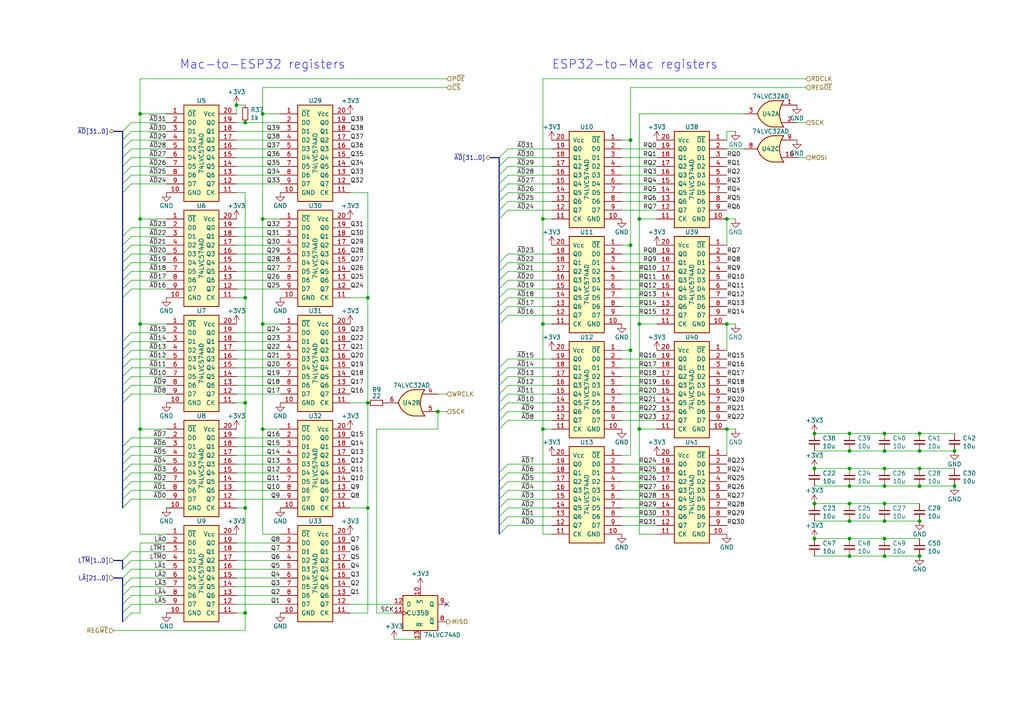
<source format=kicad_sch>
(kicad_sch (version 20211123) (generator eeschema)
  (paper "A4")
  (title_block (title "NuBus-ESP32") (date "2021-11-18") (rev "0.1") (company "Garrett's Workshop"))
  (junction (at 40.64 93.98))
  (junction (at 256.54 151.13))
  (junction (at 76.2 124.46))
  (junction (at 236.22 156.21))
  (junction (at 71.12 116.84))
  (junction (at 157.48 124.46))
  (junction (at 40.64 124.46))
  (junction (at 236.22 146.05))
  (junction (at 246.38 135.89))
  (junction (at 256.54 156.21))
  (junction (at 236.22 125.73))
  (junction (at 246.38 125.73))
  (junction (at 76.2 33.02))
  (junction (at 76.2 93.98))
  (junction (at 157.48 93.98))
  (junction (at 266.7 161.29))
  (junction (at 246.38 156.21))
  (junction (at 266.7 135.89))
  (junction (at 256.54 146.05))
  (junction (at 266.7 130.81))
  (junction (at 266.7 151.13))
  (junction (at 106.68 147.32))
  (junction (at 71.12 177.8))
  (junction (at 185.42 63.5))
  (junction (at 40.64 63.5))
  (junction (at 256.54 135.89))
  (junction (at 246.38 151.13))
  (junction (at 182.88 101.6))
  (junction (at 210.82 63.5))
  (junction (at 256.54 130.81))
  (junction (at 236.22 135.89))
  (junction (at 266.7 140.97))
  (junction (at 246.38 161.29))
  (junction (at 71.12 35.56))
  (junction (at 185.42 124.46))
  (junction (at 157.48 63.5))
  (junction (at 127 119.38))
  (junction (at 276.86 140.97))
  (junction (at 246.38 146.05))
  (junction (at 246.38 140.97))
  (junction (at 106.68 116.84))
  (junction (at 71.12 86.36))
  (junction (at 71.12 147.32))
  (junction (at 182.88 40.64))
  (junction (at 266.7 125.73))
  (junction (at 76.2 63.5))
  (junction (at 256.54 140.97))
  (junction (at 210.82 93.98))
  (junction (at 182.88 71.12))
  (junction (at 40.64 33.02))
  (junction (at 68.58 30.48))
  (junction (at 185.42 93.98))
  (junction (at 106.68 86.36))
  (junction (at 246.38 130.81))
  (junction (at 210.82 124.46))
  (junction (at 256.54 125.73))
  (junction (at 276.86 130.81))
  (junction (at 256.54 161.29))
  (no_connect (at 129.54 175.26))
  (bus_entry (at 35.56 137.16) (size 2.54 -2.54))
  (bus_entry (at 35.56 50.8) (size 2.54 -2.54))
  (bus_entry (at 144.78 91.44) (size 2.54 -2.54))
  (bus_entry (at 144.78 154.94) (size 2.54 -2.54))
  (bus_entry (at 35.56 68.58) (size 2.54 -2.54))
  (bus_entry (at 144.78 48.26) (size 2.54 -2.54))
  (bus_entry (at 35.56 78.74) (size 2.54 -2.54))
  (bus_entry (at 35.56 43.18) (size 2.54 -2.54))
  (bus_entry (at 35.56 38.1) (size 2.54 -2.54))
  (bus_entry (at 35.56 139.7) (size 2.54 -2.54))
  (bus_entry (at 35.56 162.56) (size 2.54 -2.54))
  (bus_entry (at 35.56 147.32) (size 2.54 -2.54))
  (bus_entry (at 35.56 132.08) (size 2.54 -2.54))
  (bus_entry (at 35.56 99.06) (size 2.54 -2.54))
  (bus_entry (at 35.56 165.1) (size 2.54 -2.54))
  (bus_entry (at 35.56 40.64) (size 2.54 -2.54))
  (bus_entry (at 144.78 55.88) (size 2.54 -2.54))
  (bus_entry (at 144.78 78.74) (size 2.54 -2.54))
  (bus_entry (at 144.78 50.8) (size 2.54 -2.54))
  (bus_entry (at 144.78 53.34) (size 2.54 -2.54))
  (bus_entry (at 144.78 111.76) (size 2.54 -2.54))
  (bus_entry (at 35.56 55.88) (size 2.54 -2.54))
  (bus_entry (at 144.78 58.42) (size 2.54 -2.54))
  (bus_entry (at 35.56 177.8) (size 2.54 -2.54))
  (bus_entry (at 35.56 109.22) (size 2.54 -2.54))
  (bus_entry (at 35.56 53.34) (size 2.54 -2.54))
  (bus_entry (at 35.56 86.36) (size 2.54 -2.54))
  (bus_entry (at 144.78 81.28) (size 2.54 -2.54))
  (bus_entry (at 35.56 172.72) (size 2.54 -2.54))
  (bus_entry (at 35.56 111.76) (size 2.54 -2.54))
  (bus_entry (at 144.78 147.32) (size 2.54 -2.54))
  (bus_entry (at 144.78 114.3) (size 2.54 -2.54))
  (bus_entry (at 35.56 71.12) (size 2.54 -2.54))
  (bus_entry (at 35.56 129.54) (size 2.54 -2.54))
  (bus_entry (at 35.56 116.84) (size 2.54 -2.54))
  (bus_entry (at 144.78 88.9) (size 2.54 -2.54))
  (bus_entry (at 35.56 48.26) (size 2.54 -2.54))
  (bus_entry (at 35.56 45.72) (size 2.54 -2.54))
  (bus_entry (at 35.56 170.18) (size 2.54 -2.54))
  (bus_entry (at 35.56 142.24) (size 2.54 -2.54))
  (bus_entry (at 144.78 76.2) (size 2.54 -2.54))
  (bus_entry (at 35.56 144.78) (size 2.54 -2.54))
  (bus_entry (at 144.78 45.72) (size 2.54 -2.54))
  (bus_entry (at 35.56 114.3) (size 2.54 -2.54))
  (bus_entry (at 144.78 149.86) (size 2.54 -2.54))
  (bus_entry (at 144.78 106.68) (size 2.54 -2.54))
  (bus_entry (at 144.78 116.84) (size 2.54 -2.54))
  (bus_entry (at 144.78 83.82) (size 2.54 -2.54))
  (bus_entry (at 35.56 73.66) (size 2.54 -2.54))
  (bus_entry (at 144.78 109.22) (size 2.54 -2.54))
  (bus_entry (at 144.78 119.38) (size 2.54 -2.54))
  (bus_entry (at 144.78 142.24) (size 2.54 -2.54))
  (bus_entry (at 144.78 144.78) (size 2.54 -2.54))
  (bus_entry (at 35.56 76.2) (size 2.54 -2.54))
  (bus_entry (at 144.78 137.16) (size 2.54 -2.54))
  (bus_entry (at 144.78 139.7) (size 2.54 -2.54))
  (bus_entry (at 35.56 180.34) (size 2.54 -2.54))
  (bus_entry (at 35.56 175.26) (size 2.54 -2.54))
  (bus_entry (at 35.56 106.68) (size 2.54 -2.54))
  (bus_entry (at 35.56 104.14) (size 2.54 -2.54))
  (bus_entry (at 144.78 60.96) (size 2.54 -2.54))
  (bus_entry (at 35.56 101.6) (size 2.54 -2.54))
  (bus_entry (at 144.78 152.4) (size 2.54 -2.54))
  (bus_entry (at 144.78 124.46) (size 2.54 -2.54))
  (bus_entry (at 35.56 167.64) (size 2.54 -2.54))
  (bus_entry (at 35.56 81.28) (size 2.54 -2.54))
  (bus_entry (at 144.78 86.36) (size 2.54 -2.54))
  (bus_entry (at 144.78 63.5) (size 2.54 -2.54))
  (bus_entry (at 144.78 121.92) (size 2.54 -2.54))
  (bus_entry (at 144.78 93.98) (size 2.54 -2.54))
  (bus_entry (at 35.56 83.82) (size 2.54 -2.54))
  (bus_entry (at 35.56 134.62) (size 2.54 -2.54))
  (wire (pts (xy 190.5 142.24) (xy 180.34 142.24)))
  (wire (pts (xy 190.5 88.9) (xy 180.34 88.9)))
  (wire (pts (xy 157.48 124.46) (xy 160.02 124.46)))
  (wire (pts (xy 190.5 78.74) (xy 180.34 78.74)))
  (wire (pts (xy 157.48 124.46) (xy 157.48 154.94)))
  (wire (pts (xy 38.1 111.76) (xy 48.26 111.76)))
  (bus (pts (xy 33.02 162.56) (xy 35.56 162.56)))
  (wire (pts (xy 68.58 66.04) (xy 81.28 66.04)))
  (wire (pts (xy 236.22 156.21) (xy 246.38 156.21)))
  (bus (pts (xy 35.56 142.24) (xy 35.56 144.78)))
  (wire (pts (xy 33.02 182.88) (xy 71.12 182.88)))
  (wire (pts (xy 210.82 63.5) (xy 210.82 71.12)))
  (bus (pts (xy 35.56 116.84) (xy 35.56 129.54)))
  (wire (pts (xy 266.7 130.81) (xy 276.86 130.81)))
  (wire (pts (xy 40.64 63.5) (xy 48.26 63.5)))
  (bus (pts (xy 35.56 50.8) (xy 35.56 53.34)))
  (bus (pts (xy 35.56 43.18) (xy 35.56 45.72)))
  (wire (pts (xy 38.1 142.24) (xy 48.26 142.24)))
  (wire (pts (xy 40.64 157.48) (xy 40.64 177.8)))
  (wire (pts (xy 81.28 99.06) (xy 68.58 99.06)))
  (wire (pts (xy 38.1 73.66) (xy 48.26 73.66)))
  (bus (pts (xy 35.56 101.6) (xy 35.56 104.14)))
  (wire (pts (xy 147.32 53.34) (xy 160.02 53.34)))
  (wire (pts (xy 246.38 161.29) (xy 236.22 161.29)))
  (wire (pts (xy 185.42 93.98) (xy 190.5 93.98)))
  (wire (pts (xy 38.1 104.14) (xy 48.26 104.14)))
  (wire (pts (xy 147.32 149.86) (xy 160.02 149.86)))
  (wire (pts (xy 71.12 147.32) (xy 68.58 147.32)))
  (wire (pts (xy 71.12 86.36) (xy 71.12 116.84)))
  (bus (pts (xy 144.78 81.28) (xy 144.78 83.82)))
  (wire (pts (xy 190.5 104.14) (xy 180.34 104.14)))
  (bus (pts (xy 144.78 114.3) (xy 144.78 116.84)))
  (bus (pts (xy 144.78 50.8) (xy 144.78 53.34)))
  (wire (pts (xy 48.26 93.98) (xy 40.64 93.98)))
  (wire (pts (xy 101.6 175.26) (xy 114.3 175.26)))
  (wire (pts (xy 48.26 45.72) (xy 38.1 45.72)))
  (wire (pts (xy 68.58 172.72) (xy 81.28 172.72)))
  (bus (pts (xy 144.78 106.68) (xy 144.78 109.22)))
  (wire (pts (xy 48.26 154.94) (xy 40.64 154.94)))
  (bus (pts (xy 144.78 48.26) (xy 144.78 50.8)))
  (bus (pts (xy 144.78 152.4) (xy 144.78 154.94)))
  (bus (pts (xy 144.78 139.7) (xy 144.78 142.24)))
  (bus (pts (xy 35.56 134.62) (xy 35.56 137.16)))
  (wire (pts (xy 71.12 147.32) (xy 71.12 116.84)))
  (bus (pts (xy 35.56 172.72) (xy 35.56 175.26)))
  (wire (pts (xy 246.38 125.73) (xy 236.22 125.73)))
  (wire (pts (xy 147.32 139.7) (xy 160.02 139.7)))
  (wire (pts (xy 157.48 22.86) (xy 233.68 22.86)))
  (wire (pts (xy 68.58 157.48) (xy 81.28 157.48)))
  (bus (pts (xy 35.56 132.08) (xy 35.56 134.62)))
  (wire (pts (xy 147.32 109.22) (xy 160.02 109.22)))
  (bus (pts (xy 144.78 86.36) (xy 144.78 88.9)))
  (wire (pts (xy 147.32 152.4) (xy 160.02 152.4)))
  (wire (pts (xy 213.36 38.1) (xy 210.82 38.1)))
  (bus (pts (xy 35.56 129.54) (xy 35.56 132.08)))
  (bus (pts (xy 35.56 167.64) (xy 35.56 170.18)))
  (wire (pts (xy 40.64 93.98) (xy 40.64 63.5)))
  (bus (pts (xy 144.78 93.98) (xy 144.78 106.68)))
  (wire (pts (xy 129.54 25.4) (xy 76.2 25.4)))
  (bus (pts (xy 35.56 114.3) (xy 35.56 116.84)))
  (wire (pts (xy 256.54 140.97) (xy 266.7 140.97)))
  (wire (pts (xy 147.32 83.82) (xy 160.02 83.82)))
  (wire (pts (xy 71.12 177.8) (xy 68.58 177.8)))
  (bus (pts (xy 144.78 147.32) (xy 144.78 149.86)))
  (wire (pts (xy 81.28 106.68) (xy 68.58 106.68)))
  (wire (pts (xy 68.58 96.52) (xy 81.28 96.52)))
  (wire (pts (xy 256.54 146.05) (xy 266.7 146.05)))
  (bus (pts (xy 144.78 121.92) (xy 144.78 124.46)))
  (bus (pts (xy 144.78 63.5) (xy 144.78 76.2)))
  (wire (pts (xy 40.64 22.86) (xy 129.54 22.86)))
  (wire (pts (xy 81.28 45.72) (xy 68.58 45.72)))
  (wire (pts (xy 40.64 177.8) (xy 38.1 177.8)))
  (wire (pts (xy 71.12 55.88) (xy 71.12 86.36)))
  (wire (pts (xy 182.88 71.12) (xy 182.88 40.64)))
  (wire (pts (xy 68.58 35.56) (xy 71.12 35.56)))
  (wire (pts (xy 38.1 172.72) (xy 48.26 172.72)))
  (wire (pts (xy 68.58 170.18) (xy 81.28 170.18)))
  (wire (pts (xy 68.58 50.8) (xy 81.28 50.8)))
  (wire (pts (xy 190.5 149.86) (xy 180.34 149.86)))
  (wire (pts (xy 81.28 38.1) (xy 68.58 38.1)))
  (wire (pts (xy 68.58 71.12) (xy 81.28 71.12)))
  (wire (pts (xy 147.32 121.92) (xy 160.02 121.92)))
  (bus (pts (xy 144.78 53.34) (xy 144.78 55.88)))
  (wire (pts (xy 48.26 48.26) (xy 38.1 48.26)))
  (wire (pts (xy 68.58 134.62) (xy 81.28 134.62)))
  (wire (pts (xy 68.58 73.66) (xy 81.28 73.66)))
  (bus (pts (xy 35.56 83.82) (xy 35.56 86.36)))
  (wire (pts (xy 38.1 137.16) (xy 48.26 137.16)))
  (wire (pts (xy 48.26 53.34) (xy 38.1 53.34)))
  (wire (pts (xy 106.68 116.84) (xy 106.68 147.32)))
  (wire (pts (xy 185.42 124.46) (xy 190.5 124.46)))
  (wire (pts (xy 215.9 43.18) (xy 210.82 43.18)))
  (bus (pts (xy 144.78 55.88) (xy 144.78 58.42)))
  (wire (pts (xy 185.42 124.46) (xy 185.42 154.94)))
  (wire (pts (xy 68.58 127) (xy 81.28 127)))
  (wire (pts (xy 71.12 182.88) (xy 71.12 177.8)))
  (wire (pts (xy 68.58 139.7) (xy 81.28 139.7)))
  (wire (pts (xy 38.1 162.56) (xy 48.26 162.56)))
  (wire (pts (xy 276.86 135.89) (xy 266.7 135.89)))
  (wire (pts (xy 38.1 175.26) (xy 48.26 175.26)))
  (wire (pts (xy 190.5 116.84) (xy 180.34 116.84)))
  (bus (pts (xy 144.78 88.9) (xy 144.78 91.44)))
  (wire (pts (xy 147.32 104.14) (xy 160.02 104.14)))
  (wire (pts (xy 160.02 63.5) (xy 157.48 63.5)))
  (wire (pts (xy 109.22 124.46) (xy 127 124.46)))
  (wire (pts (xy 68.58 55.88) (xy 71.12 55.88)))
  (wire (pts (xy 68.58 104.14) (xy 81.28 104.14)))
  (wire (pts (xy 190.5 63.5) (xy 185.42 63.5)))
  (wire (pts (xy 76.2 63.5) (xy 81.28 63.5)))
  (bus (pts (xy 144.78 144.78) (xy 144.78 147.32)))
  (wire (pts (xy 147.32 137.16) (xy 160.02 137.16)))
  (wire (pts (xy 190.5 48.26) (xy 180.34 48.26)))
  (wire (pts (xy 71.12 30.48) (xy 68.58 30.48)))
  (wire (pts (xy 236.22 130.81) (xy 246.38 130.81)))
  (wire (pts (xy 38.1 129.54) (xy 48.26 129.54)))
  (wire (pts (xy 68.58 175.26) (xy 81.28 175.26)))
  (bus (pts (xy 144.78 111.76) (xy 144.78 114.3)))
  (wire (pts (xy 38.1 139.7) (xy 48.26 139.7)))
  (wire (pts (xy 190.5 144.78) (xy 180.34 144.78)))
  (wire (pts (xy 106.68 86.36) (xy 106.68 55.88)))
  (wire (pts (xy 190.5 119.38) (xy 180.34 119.38)))
  (bus (pts (xy 35.56 139.7) (xy 35.56 142.24)))
  (wire (pts (xy 147.32 73.66) (xy 160.02 73.66)))
  (bus (pts (xy 35.56 175.26) (xy 35.56 177.8)))
  (wire (pts (xy 157.48 63.5) (xy 157.48 93.98)))
  (wire (pts (xy 38.1 78.74) (xy 48.26 78.74)))
  (wire (pts (xy 256.54 130.81) (xy 266.7 130.81)))
  (wire (pts (xy 71.12 116.84) (xy 68.58 116.84)))
  (wire (pts (xy 190.5 152.4) (xy 180.34 152.4)))
  (wire (pts (xy 68.58 43.18) (xy 81.28 43.18)))
  (wire (pts (xy 109.22 177.8) (xy 114.3 177.8)))
  (wire (pts (xy 190.5 111.76) (xy 180.34 111.76)))
  (wire (pts (xy 68.58 53.34) (xy 81.28 53.34)))
  (wire (pts (xy 68.58 40.64) (xy 81.28 40.64)))
  (wire (pts (xy 40.64 157.48) (xy 48.26 157.48)))
  (wire (pts (xy 48.26 68.58) (xy 38.1 68.58)))
  (bus (pts (xy 144.78 91.44) (xy 144.78 93.98)))
  (wire (pts (xy 147.32 50.8) (xy 160.02 50.8)))
  (bus (pts (xy 35.56 71.12) (xy 35.56 73.66)))
  (wire (pts (xy 190.5 106.68) (xy 180.34 106.68)))
  (wire (pts (xy 147.32 60.96) (xy 160.02 60.96)))
  (wire (pts (xy 182.88 71.12) (xy 180.34 71.12)))
  (wire (pts (xy 106.68 147.32) (xy 106.68 177.8)))
  (wire (pts (xy 182.88 101.6) (xy 182.88 71.12)))
  (wire (pts (xy 147.32 114.3) (xy 160.02 114.3)))
  (wire (pts (xy 266.7 135.89) (xy 256.54 135.89)))
  (bus (pts (xy 35.56 144.78) (xy 35.56 147.32)))
  (wire (pts (xy 185.42 154.94) (xy 190.5 154.94)))
  (wire (pts (xy 190.5 55.88) (xy 180.34 55.88)))
  (wire (pts (xy 246.38 130.81) (xy 256.54 130.81)))
  (wire (pts (xy 68.58 144.78) (xy 81.28 144.78)))
  (wire (pts (xy 236.22 140.97) (xy 246.38 140.97)))
  (wire (pts (xy 129.54 119.38) (xy 127 119.38)))
  (bus (pts (xy 35.56 55.88) (xy 35.56 68.58)))
  (wire (pts (xy 185.42 93.98) (xy 185.42 124.46)))
  (bus (pts (xy 35.56 78.74) (xy 35.56 81.28)))
  (wire (pts (xy 190.5 43.18) (xy 180.34 43.18)))
  (wire (pts (xy 71.12 86.36) (xy 68.58 86.36)))
  (wire (pts (xy 147.32 88.9) (xy 160.02 88.9)))
  (wire (pts (xy 40.64 124.46) (xy 40.64 154.94)))
  (bus (pts (xy 33.02 167.64) (xy 35.56 167.64)))
  (wire (pts (xy 48.26 66.04) (xy 38.1 66.04)))
  (wire (pts (xy 266.7 140.97) (xy 276.86 140.97)))
  (wire (pts (xy 210.82 93.98) (xy 210.82 101.6)))
  (wire (pts (xy 213.36 124.46) (xy 210.82 124.46)))
  (wire (pts (xy 38.1 71.12) (xy 48.26 71.12)))
  (wire (pts (xy 190.5 73.66) (xy 180.34 73.66)))
  (wire (pts (xy 147.32 43.18) (xy 160.02 43.18)))
  (wire (pts (xy 101.6 55.88) (xy 106.68 55.88)))
  (wire (pts (xy 190.5 91.44) (xy 180.34 91.44)))
  (bus (pts (xy 35.56 76.2) (xy 35.56 78.74)))
  (wire (pts (xy 147.32 81.28) (xy 160.02 81.28)))
  (wire (pts (xy 38.1 106.68) (xy 48.26 106.68)))
  (bus (pts (xy 35.56 111.76) (xy 35.56 114.3)))
  (wire (pts (xy 190.5 45.72) (xy 180.34 45.72)))
  (wire (pts (xy 246.38 151.13) (xy 236.22 151.13)))
  (wire (pts (xy 68.58 30.48) (xy 68.58 33.02)))
  (wire (pts (xy 48.26 43.18) (xy 38.1 43.18)))
  (wire (pts (xy 38.1 132.08) (xy 48.26 132.08)))
  (bus (pts (xy 35.56 45.72) (xy 35.56 48.26)))
  (wire (pts (xy 38.1 144.78) (xy 48.26 144.78)))
  (wire (pts (xy 48.26 124.46) (xy 40.64 124.46)))
  (bus (pts (xy 35.56 81.28) (xy 35.56 83.82)))
  (wire (pts (xy 68.58 109.22) (xy 81.28 109.22)))
  (wire (pts (xy 147.32 55.88) (xy 160.02 55.88)))
  (wire (pts (xy 68.58 111.76) (xy 81.28 111.76)))
  (wire (pts (xy 81.28 167.64) (xy 68.58 167.64)))
  (wire (pts (xy 147.32 116.84) (xy 160.02 116.84)))
  (wire (pts (xy 71.12 177.8) (xy 71.12 147.32)))
  (wire (pts (xy 185.42 33.02) (xy 215.9 33.02)))
  (wire (pts (xy 76.2 63.5) (xy 76.2 93.98)))
  (wire (pts (xy 190.5 147.32) (xy 180.34 147.32)))
  (wire (pts (xy 38.1 114.3) (xy 48.26 114.3)))
  (wire (pts (xy 68.58 83.82) (xy 81.28 83.82)))
  (wire (pts (xy 38.1 165.1) (xy 48.26 165.1)))
  (wire (pts (xy 81.28 137.16) (xy 68.58 137.16)))
  (wire (pts (xy 190.5 121.92) (xy 180.34 121.92)))
  (wire (pts (xy 127 124.46) (xy 127 119.38)))
  (wire (pts (xy 157.48 93.98) (xy 157.48 124.46)))
  (wire (pts (xy 246.38 146.05) (xy 256.54 146.05)))
  (wire (pts (xy 114.3 185.42) (xy 121.92 185.42)))
  (wire (pts (xy 190.5 137.16) (xy 180.34 137.16)))
  (bus (pts (xy 144.78 78.74) (xy 144.78 81.28)))
  (bus (pts (xy 144.78 109.22) (xy 144.78 111.76)))
  (wire (pts (xy 68.58 114.3) (xy 81.28 114.3)))
  (wire (pts (xy 256.54 125.73) (xy 246.38 125.73)))
  (wire (pts (xy 68.58 48.26) (xy 81.28 48.26)))
  (wire (pts (xy 147.32 91.44) (xy 160.02 91.44)))
  (wire (pts (xy 109.22 177.8) (xy 109.22 124.46)))
  (wire (pts (xy 68.58 165.1) (xy 81.28 165.1)))
  (wire (pts (xy 101.6 86.36) (xy 106.68 86.36)))
  (wire (pts (xy 147.32 144.78) (xy 160.02 144.78)))
  (wire (pts (xy 256.54 151.13) (xy 246.38 151.13)))
  (wire (pts (xy 76.2 63.5) (xy 76.2 33.02)))
  (wire (pts (xy 68.58 132.08) (xy 81.28 132.08)))
  (bus (pts (xy 35.56 53.34) (xy 35.56 55.88)))
  (wire (pts (xy 76.2 25.4) (xy 76.2 33.02)))
  (wire (pts (xy 68.58 162.56) (xy 81.28 162.56)))
  (wire (pts (xy 101.6 147.32) (xy 106.68 147.32)))
  (wire (pts (xy 38.1 127) (xy 48.26 127)))
  (bus (pts (xy 35.56 170.18) (xy 35.56 172.72)))
  (wire (pts (xy 233.68 25.4) (xy 182.88 25.4)))
  (wire (pts (xy 106.68 177.8) (xy 101.6 177.8)))
  (wire (pts (xy 180.34 132.08) (xy 182.88 132.08)))
  (wire (pts (xy 246.38 135.89) (xy 236.22 135.89)))
  (wire (pts (xy 71.12 35.56) (xy 81.28 35.56)))
  (wire (pts (xy 213.36 63.5) (xy 210.82 63.5)))
  (wire (pts (xy 68.58 101.6) (xy 81.28 101.6)))
  (wire (pts (xy 190.5 109.22) (xy 180.34 109.22)))
  (wire (pts (xy 81.28 68.58) (xy 68.58 68.58)))
  (wire (pts (xy 48.26 35.56) (xy 38.1 35.56)))
  (bus (pts (xy 144.78 58.42) (xy 144.78 60.96)))
  (bus (pts (xy 144.78 60.96) (xy 144.78 63.5)))
  (wire (pts (xy 81.28 160.02) (xy 68.58 160.02)))
  (wire (pts (xy 182.88 101.6) (xy 180.34 101.6)))
  (bus (pts (xy 35.56 162.56) (xy 35.56 165.1)))
  (wire (pts (xy 147.32 111.76) (xy 160.02 111.76)))
  (wire (pts (xy 48.26 50.8) (xy 38.1 50.8)))
  (wire (pts (xy 190.5 139.7) (xy 180.34 139.7)))
  (wire (pts (xy 38.1 81.28) (xy 48.26 81.28)))
  (wire (pts (xy 276.86 125.73) (xy 266.7 125.73)))
  (bus (pts (xy 144.78 142.24) (xy 144.78 144.78)))
  (wire (pts (xy 38.1 96.52) (xy 48.26 96.52)))
  (bus (pts (xy 35.56 73.66) (xy 35.56 76.2)))
  (wire (pts (xy 38.1 99.06) (xy 48.26 99.06)))
  (wire (pts (xy 185.42 63.5) (xy 185.42 93.98)))
  (bus (pts (xy 144.78 83.82) (xy 144.78 86.36)))
  (wire (pts (xy 190.5 83.82) (xy 180.34 83.82)))
  (wire (pts (xy 157.48 93.98) (xy 160.02 93.98)))
  (bus (pts (xy 144.78 137.16) (xy 144.78 139.7)))
  (wire (pts (xy 38.1 160.02) (xy 48.26 160.02)))
  (bus (pts (xy 144.78 119.38) (xy 144.78 121.92)))
  (wire (pts (xy 40.64 22.86) (xy 40.64 33.02)))
  (wire (pts (xy 190.5 134.62) (xy 180.34 134.62)))
  (bus (pts (xy 35.56 137.16) (xy 35.56 139.7)))
  (wire (pts (xy 147.32 106.68) (xy 160.02 106.68)))
  (wire (pts (xy 266.7 125.73) (xy 256.54 125.73)))
  (wire (pts (xy 38.1 134.62) (xy 48.26 134.62)))
  (wire (pts (xy 190.5 50.8) (xy 180.34 50.8)))
  (bus (pts (xy 35.56 104.14) (xy 35.56 106.68)))
  (wire (pts (xy 147.32 142.24) (xy 160.02 142.24)))
  (wire (pts (xy 38.1 83.82) (xy 48.26 83.82)))
  (wire (pts (xy 233.68 35.56) (xy 231.14 35.56)))
  (wire (pts (xy 266.7 161.29) (xy 256.54 161.29)))
  (wire (pts (xy 68.58 81.28) (xy 81.28 81.28)))
  (wire (pts (xy 38.1 167.64) (xy 48.26 167.64)))
  (wire (pts (xy 48.26 170.18) (xy 38.1 170.18)))
  (wire (pts (xy 190.5 76.2) (xy 180.34 76.2)))
  (bus (pts (xy 144.78 116.84) (xy 144.78 119.38)))
  (wire (pts (xy 81.28 33.02) (xy 76.2 33.02)))
  (bus (pts (xy 144.78 76.2) (xy 144.78 78.74)))
  (wire (pts (xy 182.88 132.08) (xy 182.88 101.6)))
  (wire (pts (xy 147.32 78.74) (xy 160.02 78.74)))
  (wire (pts (xy 190.5 86.36) (xy 180.34 86.36)))
  (wire (pts (xy 246.38 156.21) (xy 256.54 156.21)))
  (wire (pts (xy 190.5 114.3) (xy 180.34 114.3)))
  (bus (pts (xy 35.56 109.22) (xy 35.56 111.76)))
  (wire (pts (xy 246.38 140.97) (xy 256.54 140.97)))
  (wire (pts (xy 182.88 25.4) (xy 182.88 40.64)))
  (wire (pts (xy 48.26 40.64) (xy 38.1 40.64)))
  (wire (pts (xy 81.28 76.2) (xy 68.58 76.2)))
  (wire (pts (xy 38.1 101.6) (xy 48.26 101.6)))
  (bus (pts (xy 35.56 40.64) (xy 35.56 43.18)))
  (wire (pts (xy 48.26 38.1) (xy 38.1 38.1)))
  (wire (pts (xy 68.58 142.24) (xy 81.28 142.24)))
  (wire (pts (xy 40.64 63.5) (xy 40.64 33.02)))
  (wire (pts (xy 40.64 33.02) (xy 48.26 33.02)))
  (bus (pts (xy 142.24 45.72) (xy 144.78 45.72)))
  (bus (pts (xy 35.56 38.1) (xy 35.56 40.64)))
  (wire (pts (xy 38.1 76.2) (xy 48.26 76.2)))
  (wire (pts (xy 68.58 78.74) (xy 81.28 78.74)))
  (wire (pts (xy 266.7 151.13) (xy 256.54 151.13)))
  (bus (pts (xy 35.56 99.06) (xy 35.56 101.6)))
  (wire (pts (xy 40.64 124.46) (xy 40.64 93.98)))
  (wire (pts (xy 147.32 86.36) (xy 160.02 86.36)))
  (wire (pts (xy 190.5 81.28) (xy 180.34 81.28)))
  (wire (pts (xy 185.42 63.5) (xy 185.42 33.02)))
  (wire (pts (xy 157.48 63.5) (xy 157.48 22.86)))
  (wire (pts (xy 38.1 109.22) (xy 48.26 109.22)))
  (wire (pts (xy 106.68 86.36) (xy 106.68 116.84)))
  (bus (pts (xy 144.78 124.46) (xy 144.78 137.16)))
  (bus (pts (xy 35.56 86.36) (xy 35.56 99.06)))
  (wire (pts (xy 256.54 135.89) (xy 246.38 135.89)))
  (wire (pts (xy 81.28 93.98) (xy 76.2 93.98)))
  (wire (pts (xy 76.2 93.98) (xy 76.2 124.46)))
  (wire (pts (xy 182.88 40.64) (xy 180.34 40.64)))
  (wire (pts (xy 190.5 53.34) (xy 180.34 53.34)))
  (bus (pts (xy 35.56 106.68) (xy 35.56 109.22)))
  (wire (pts (xy 81.28 154.94) (xy 76.2 154.94)))
  (bus (pts (xy 33.02 38.1) (xy 35.56 38.1)))
  (bus (pts (xy 144.78 149.86) (xy 144.78 152.4)))
  (wire (pts (xy 147.32 76.2) (xy 160.02 76.2)))
  (wire (pts (xy 190.5 58.42) (xy 180.34 58.42)))
  (wire (pts (xy 101.6 116.84) (xy 106.68 116.84)))
  (wire (pts (xy 157.48 154.94) (xy 160.02 154.94)))
  (wire (pts (xy 81.28 124.46) (xy 76.2 124.46)))
  (bus (pts (xy 35.56 68.58) (xy 35.56 71.12)))
  (wire (pts (xy 231.14 45.72) (xy 233.68 45.72)))
  (wire (pts (xy 147.32 48.26) (xy 160.02 48.26)))
  (bus (pts (xy 144.78 45.72) (xy 144.78 48.26)))
  (wire (pts (xy 190.5 60.96) (xy 180.34 60.96)))
  (wire (pts (xy 147.32 134.62) (xy 160.02 134.62)))
  (wire (pts (xy 256.54 161.29) (xy 246.38 161.29)))
  (wire (pts (xy 147.32 119.38) (xy 160.02 119.38)))
  (wire (pts (xy 147.32 147.32) (xy 160.02 147.32)))
  (wire (pts (xy 210.82 124.46) (xy 210.82 132.08)))
  (wire (pts (xy 147.32 58.42) (xy 160.02 58.42)))
  (wire (pts (xy 147.32 45.72) (xy 160.02 45.72)))
  (wire (pts (xy 236.22 146.05) (xy 246.38 146.05)))
  (wire (pts (xy 129.54 114.3) (xy 127 114.3)))
  (bus (pts (xy 35.56 177.8) (xy 35.56 180.34)))
  (wire (pts (xy 76.2 124.46) (xy 76.2 154.94)))
  (wire (pts (xy 210.82 38.1) (xy 210.82 40.64)))
  (wire (pts (xy 213.36 93.98) (xy 210.82 93.98)))
  (bus (pts (xy 35.56 48.26) (xy 35.56 50.8)))
  (wire (pts (xy 81.28 129.54) (xy 68.58 129.54)))
  (wire (pts (xy 256.54 156.21) (xy 266.7 156.21)))
  (text "ESP32-to-Mac registers" (at 160.02 20.32 0) (effects (font (size 2.54 2.54)) (justify left bottom)))
  (text "Mac-to-ESP32 registers" (at 52.07 20.32 0) (effects (font (size 2.54 2.54)) (justify left bottom)))
  (label "Q34" (at 81.28 50.8 180))
  (label "L~{TM}1" (at 48.26 160.02 180))
  (label "RQ2" (at 190.5 48.26 180))
  (label "RQ25" (at 190.5 137.16 180))
  (label "~{AD}19" (at 154.94 83.82 180))
  (label "RQ8" (at 190.5 73.66 180))
  (label "~{AD}28" (at 154.94 50.8 180))
  (label "~{AD}14" (at 154.94 106.68 180))
  (label "RQ11" (at 210.82 83.82 0))
  (label "Q36" (at 81.28 45.72 180))
  (label "~{AD}7" (at 154.94 134.62 180))
  (label "L~{A}0" (at 48.26 157.48 180))
  (label "Q29" (at 101.6 71.12 0))
  (label "~{AD}27" (at 48.26 45.72 180))
  (label "~{AD}26" (at 48.26 48.26 180))
  (label "Q14" (at 101.6 129.54 0))
  (label "SCK" (at 114.3 177.8 180))
  (label "~{AD}20" (at 154.94 81.28 180))
  (label "~{AD}0" (at 154.94 152.4 180))
  (label "L~{A}2" (at 48.26 167.64 180))
  (label "L~{A}3" (at 48.26 170.18 180))
  (label "RQ7" (at 190.5 60.96 180))
  (label "Q14" (at 81.28 132.08 180))
  (label "~{AD}22" (at 48.26 68.58 180))
  (label "~{AD}26" (at 154.94 55.88 180))
  (label "RQ16" (at 210.82 106.68 0))
  (label "RQ3" (at 210.82 53.34 0))
  (label "RQ27" (at 210.82 144.78 0))
  (label "~{AD}5" (at 48.26 132.08 180))
  (label "RQ0" (at 190.5 43.18 180))
  (label "RQ12" (at 190.5 83.82 180))
  (label "RQ17" (at 210.82 109.22 0))
  (label "~{AD}29" (at 48.26 40.64 180))
  (label "RQ27" (at 190.5 142.24 180))
  (label "RQ14" (at 210.82 91.44 0))
  (label "~{AD}11" (at 48.26 106.68 180))
  (label "RQ26" (at 210.82 142.24 0))
  (label "RQ5" (at 210.82 58.42 0))
  (label "Q32" (at 81.28 66.04 180))
  (label "~{AD}10" (at 154.94 116.84 180))
  (label "Q22" (at 81.28 101.6 180))
  (label "Q26" (at 101.6 78.74 0))
  (label "RQ23" (at 190.5 121.92 180))
  (label "RQ31" (at 190.5 152.4 180))
  (label "L~{A}4" (at 48.26 172.72 180))
  (label "RQ20" (at 210.82 116.84 0))
  (label "Q8" (at 101.6 144.78 0))
  (label "~{AD}17" (at 48.26 81.28 180))
  (label "RQ17" (at 190.5 106.68 180))
  (label "RQ4" (at 210.82 55.88 0))
  (label "Q7" (at 101.6 157.48 0))
  (label "~{AD}17" (at 154.94 88.9 180))
  (label "RQ28" (at 210.82 147.32 0))
  (label "~{AD}10" (at 48.26 109.22 180))
  (label "~{AD}13" (at 154.94 109.22 180))
  (label "RQ15" (at 210.82 104.14 0))
  (label "Q38" (at 81.28 40.64 180))
  (label "L~{TM}0" (at 48.26 162.56 180))
  (label "Q28" (at 81.28 76.2 180))
  (label "Q13" (at 101.6 132.08 0))
  (label "~{AD}11" (at 154.94 114.3 180))
  (label "RQ6" (at 210.82 60.96 0))
  (label "Q31" (at 81.28 68.58 180))
  (label "Q17" (at 101.6 111.76 0))
  (label "Q9" (at 81.28 144.78 180))
  (label "Q10" (at 101.6 139.7 0))
  (label "L~{A}1" (at 48.26 165.1 180))
  (label "~{AD}15" (at 154.94 104.14 180))
  (label "RQ9" (at 190.5 76.2 180))
  (label "RQ18" (at 190.5 109.22 180))
  (label "Q35" (at 81.28 48.26 180))
  (label "Q38" (at 101.6 38.1 0))
  (label "RQ20" (at 190.5 114.3 180))
  (label "RQ9" (at 210.82 78.74 0))
  (label "RQ13" (at 210.82 88.9 0))
  (label "RQ19" (at 190.5 111.76 180))
  (label "Q26" (at 81.28 81.28 180))
  (label "RQ7" (at 210.82 73.66 0))
  (label "Q15" (at 81.28 129.54 180))
  (label "~{AD}9" (at 154.94 119.38 180))
  (label "RQ15" (at 190.5 91.44 180))
  (label "RQ22" (at 210.82 121.92 0))
  (label "L~{A}5" (at 48.26 175.26 180))
  (label "RQ21" (at 190.5 116.84 180))
  (label "Q1" (at 101.6 172.72 0))
  (label "RQ18" (at 210.82 111.76 0))
  (label "~{AD}4" (at 154.94 142.24 180))
  (label "Q2" (at 81.28 172.72 180))
  (label "Q29" (at 81.28 73.66 180))
  (label "RQ22" (at 190.5 119.38 180))
  (label "RQ14" (at 190.5 88.9 180))
  (label "~{AD}18" (at 48.26 78.74 180))
  (label "Q30" (at 101.6 68.58 0))
  (label "~{AD}31" (at 48.26 35.56 180))
  (label "~{AD}25" (at 154.94 58.42 180))
  (label "Q6" (at 101.6 160.02 0))
  (label "~{AD}3" (at 48.26 137.16 180))
  (label "RQ10" (at 210.82 81.28 0))
  (label "Q2" (at 101.6 170.18 0))
  (label "~{AD}23" (at 48.26 66.04 180))
  (label "Q18" (at 101.6 109.22 0))
  (label "~{AD}21" (at 48.26 71.12 180))
  (label "Q3" (at 81.28 170.18 180))
  (label "Q39" (at 101.6 35.56 0))
  (label "Q3" (at 101.6 167.64 0))
  (label "Q6" (at 81.28 162.56 180))
  (label "Q9" (at 101.6 142.24 0))
  (label "Q12" (at 81.28 137.16 180))
  (label "~{AD}2" (at 154.94 147.32 180))
  (label "~{AD}9" (at 48.26 111.76 180))
  (label "RQ30" (at 210.82 152.4 0))
  (label "RQ30" (at 190.5 149.86 180))
  (label "RQ6" (at 190.5 58.42 180))
  (label "Q19" (at 81.28 109.22 180))
  (label "RQ28" (at 190.5 144.78 180))
  (label "RQ24" (at 190.5 134.62 180))
  (label "Q16" (at 101.6 114.3 0))
  (label "RQ10" (at 190.5 78.74 180))
  (label "~{AD}1" (at 154.94 149.86 180))
  (label "RQ23" (at 210.82 134.62 0))
  (label "Q10" (at 81.28 142.24 180))
  (label "~{AD}16" (at 48.26 83.82 180))
  (label "Q33" (at 81.28 53.34 180))
  (label "RQ26" (at 190.5 139.7 180))
  (label "RQ2" (at 210.82 50.8 0))
  (label "~{AD}6" (at 154.94 137.16 180))
  (label "Q5" (at 81.28 165.1 180))
  (label "~{AD}29" (at 154.94 48.26 180))
  (label "~{AD}21" (at 154.94 78.74 180))
  (label "RQ13" (at 190.5 86.36 180))
  (label "Q19" (at 101.6 106.68 0))
  (label "~{AD}5" (at 154.94 139.7 180))
  (label "Q36" (at 101.6 43.18 0))
  (label "~{AD}1" (at 48.26 142.24 180))
  (label "~{AD}30" (at 48.26 38.1 180))
  (label "Q27" (at 81.28 78.74 180))
  (label "RQ21" (at 210.82 119.38 0))
  (label "RQ8" (at 210.82 76.2 0))
  (label "RQ1" (at 190.5 45.72 180))
  (label "RQ16" (at 190.5 104.14 180))
  (label "~{AD}28" (at 48.26 43.18 180))
  (label "Q7" (at 81.28 160.02 180))
  (label "RQ29" (at 210.82 149.86 0))
  (label "Q17" (at 81.28 114.3 180))
  (label "~{AD}12" (at 154.94 111.76 180))
  (label "~{AD}23" (at 154.94 73.66 180))
  (label "~{AD}14" (at 48.26 99.06 180))
  (label "Q15" (at 101.6 127 0))
  (label "Q25" (at 101.6 81.28 0))
  (label "Q35" (at 101.6 45.72 0))
  (label "Q37" (at 101.6 40.64 0))
  (label "Q13" (at 81.28 134.62 180))
  (label "Q1" (at 81.28 175.26 180))
  (label "Q30" (at 81.28 71.12 180))
  (label "~{AD}13" (at 48.26 101.6 180))
  (label "Q25" (at 81.28 83.82 180))
  (label "Q24" (at 101.6 83.82 0))
  (label "~{AD}30" (at 154.94 45.72 180))
  (label "~{AD}6" (at 48.26 129.54 180))
  (label "Q8" (at 81.28 157.48 180))
  (label "RQ1" (at 210.82 48.26 0))
  (label "RQ0" (at 210.82 45.72 0))
  (label "Q20" (at 81.28 106.68 180))
  (label "Q11" (at 81.28 139.7 180))
  (label "RQ3" (at 190.5 50.8 180))
  (label "Q22" (at 101.6 99.06 0))
  (label "Q4" (at 101.6 165.1 0))
  (label "RQ12" (at 210.82 86.36 0))
  (label "Q21" (at 101.6 101.6 0))
  (label "RQ24" (at 210.82 137.16 0))
  (label "Q21" (at 81.28 104.14 180))
  (label "Q33" (at 101.6 50.8 0))
  (label "Q27" (at 101.6 76.2 0))
  (label "Q39" (at 81.28 38.1 180))
  (label "Q24" (at 81.28 96.52 180))
  (label "~{AD}0" (at 48.26 144.78 180))
  (label "RQ25" (at 210.82 139.7 0))
  (label "~{AD}15" (at 48.26 96.52 180))
  (label "~{AD}2" (at 48.26 139.7 180))
  (label "~{AD}18" (at 154.94 86.36 180))
  (label "~{AD}4" (at 48.26 134.62 180))
  (label "~{AD}22" (at 154.94 76.2 180))
  (label "RQ11" (at 190.5 81.28 180))
  (label "RQ5" (at 190.5 55.88 180))
  (label "Q37" (at 81.28 43.18 180))
  (label "~{AD}24" (at 154.94 60.96 180))
  (label "~{AD}12" (at 48.26 104.14 180))
  (label "RQ4" (at 190.5 53.34 180))
  (label "Q11" (at 101.6 137.16 0))
  (label "Q18" (at 81.28 111.76 180))
  (label "RQ19" (at 210.82 114.3 0))
  (label "Q34" (at 101.6 48.26 0))
  (label "~{AD}16" (at 154.94 91.44 180))
  (label "Q28" (at 101.6 73.66 0))
  (label "~{AD}31" (at 154.94 43.18 180))
  (label "~{AD}7" (at 48.26 127 180))
  (label "Q31" (at 101.6 66.04 0))
  (label "Q32" (at 101.6 53.34 0))
  (label "~{AD}25" (at 48.26 50.8 180))
  (label "RQ29" (at 190.5 147.32 180))
  (label "Q23" (at 101.6 96.52 0))
  (label "~{AD}19" (at 48.26 76.2 180))
  (label "~{AD}20" (at 48.26 73.66 180))
  (label "Q16" (at 81.28 127 180))
  (label "Q23" (at 81.28 99.06 180))
  (label "~{AD}8" (at 154.94 121.92 180))
  (label "Q20" (at 101.6 104.14 0))
  (label "Q5" (at 101.6 162.56 0))
  (label "~{AD}8" (at 48.26 114.3 180))
  (label "~{AD}24" (at 48.26 53.34 180))
  (label "Q12" (at 101.6 134.62 0))
  (label "~{AD}3" (at 154.94 144.78 180))
  (label "Q4" (at 81.28 167.64 180))
  (label "~{AD}27" (at 154.94 53.34 180))
  (hierarchical_label "REG~{OE}" (shape input) (at 233.68 25.4 0))
  (hierarchical_label "~{CS}" (shape input) (at 129.54 25.4 0))
  (hierarchical_label "MOSI" (shape input) (at 233.68 45.72 0))
  (hierarchical_label "SCK" (shape input) (at 233.68 35.56 0))
  (hierarchical_label "L~{TM}[1..0]" (shape input) (at 33.02 162.56 180))
  (hierarchical_label "SCK" (shape input) (at 129.54 119.38 0))
  (hierarchical_label "~{AD}[31..0]" (shape bidirectional) (at 33.02 38.1 180))
  (hierarchical_label "MISO" (shape output) (at 129.54 180.34 0))
  (hierarchical_label "P~{OE}" (shape input) (at 129.54 22.86 0))
  (hierarchical_label "REG~{WE}" (shape input) (at 33.02 182.88 180))
  (hierarchical_label "L~{A}[21..0]" (shape input) (at 33.02 167.64 180))
  (hierarchical_label "WRCLK" (shape input) (at 129.54 114.3 0))
  (hierarchical_label "~{AD}[31..0]" (shape bidirectional) (at 142.24 45.72 180))
  (hierarchical_label "RDCLK" (shape input) (at 233.68 22.86 0))
  (symbol (lib_id "GW_Logic:74574") (at 200.66 52.07 0) (mirror y) (unit 1)
    (property "Reference" "U38" (at 200.66 36.83 0))
    (property "Value" "74LVC574AD" (at 200.66 52.07 90))
    (property "Footprint" "stdpads:SOIC-20W_7.5mm" (effects hide))
    (property "LCSC Part" "C6097" (effects hide))
  )
  (symbol (lib_id "GW_Logic:74574") (at 200.66 82.55 0) (mirror y) (unit 1)
    (property "Reference" "U39" (at 200.66 67.31 0))
    (property "Value" "74LVC574AD" (at 200.66 82.55 90))
    (property "Footprint" "stdpads:SOIC-20W_7.5mm" (effects hide))
    (property "LCSC Part" "C6097" (effects hide))
  )
  (symbol (lib_id "GW_Logic:74574") (at 200.66 113.03 0) (mirror y) (unit 1)
    (property "Reference" "U40" (at 200.66 97.79 0))
    (property "Value" "74LVC574AD" (at 200.66 113.03 90))
    (property "Footprint" "stdpads:SOIC-20W_7.5mm" (effects hide))
    (property "LCSC Part" "C6097" (effects hide))
  )
  (symbol (lib_id "GW_Logic:74574") (at 200.66 143.51 0) (mirror y) (unit 1)
    (property "Reference" "U41" (at 200.66 128.27 0))
    (property "Value" "74LVC574AD" (at 200.66 143.51 90))
    (property "Footprint" "stdpads:SOIC-20W_7.5mm" (effects hide))
    (property "LCSC Part" "C6097" (effects hide))
  )
  (symbol (lib_id "GW_Logic:74574") (at 170.18 52.07 0) (mirror y) (unit 1)
    (property "Reference" "U10" (at 170.18 36.83 0))
    (property "Value" "74LVC574AD" (at 170.18 52.07 90))
    (property "Footprint" "stdpads:SOIC-20W_7.5mm" (effects hide))
    (property "LCSC Part" "C6097" (effects hide))
  )
  (symbol (lib_id "GW_Logic:74574") (at 170.18 82.55 0) (mirror y) (unit 1)
    (property "Reference" "U11" (at 170.18 67.31 0))
    (property "Value" "74LVC574AD" (at 170.18 82.55 90))
    (property "Footprint" "stdpads:SOIC-20W_7.5mm" (effects hide))
    (property "LCSC Part" "C6097" (effects hide))
  )
  (symbol (lib_id "GW_Logic:74574") (at 170.18 113.03 0) (mirror y) (unit 1)
    (property "Reference" "U12" (at 170.18 97.79 0))
    (property "Value" "74LVC574AD" (at 170.18 113.03 90))
    (property "Footprint" "stdpads:SOIC-20W_7.5mm" (effects hide))
    (property "LCSC Part" "C6097" (effects hide))
  )
  (symbol (lib_id "GW_Logic:74574") (at 170.18 143.51 0) (mirror y) (unit 1)
    (property "Reference" "U13" (at 170.18 128.27 0))
    (property "Value" "74LVC574AD" (at 170.18 143.51 90))
    (property "Footprint" "stdpads:SOIC-20W_7.5mm" (effects hide))
    (property "LCSC Part" "C6097" (effects hide))
  )
  (symbol (lib_id "power:+3V3") (at 236.22 146.05 0) (mirror y) (unit 1)
    (property "Reference" "#PWR0198" (effects hide))
    (property "Value" "+3V3" (at 236.22 142.24 0))
  )
  (symbol (lib_id "Device:C_Small") (at 236.22 148.59 0) (mirror y) (unit 1)
    (property "Reference" "C23" (at 238.5568 147.4216 0) (effects (justify right)))
    (property "Value" "10u" (at 238.5568 149.733 0) (effects (justify right)))
    (property "Footprint" "stdpads:C_0805" (effects hide))
    (property "LCSC Part" "C15850" (effects hide))
  )
  (symbol (lib_id "Device:C_Small") (at 256.54 148.59 0) (mirror y) (unit 1)
    (property "Reference" "C27" (at 258.8768 147.4216 0) (effects (justify right)))
    (property "Value" "10u" (at 258.8768 149.733 0) (effects (justify right)))
    (property "Footprint" "stdpads:C_0805" (effects hide))
    (property "LCSC Part" "C15850" (effects hide))
  )
  (symbol (lib_id "Device:C_Small") (at 246.38 148.59 0) (mirror y) (unit 1)
    (property "Reference" "C25" (at 248.7168 147.4216 0) (effects (justify right)))
    (property "Value" "10u" (at 248.7168 149.733 0) (effects (justify right)))
    (property "Footprint" "stdpads:C_0805" (effects hide))
    (property "LCSC Part" "C15850" (effects hide))
  )
  (symbol (lib_id "power:GND") (at 266.7 151.13 0) (unit 1)
    (property "Reference" "#PWR0199" (effects hide))
    (property "Value" "GND" (at 266.7 154.94 0))
  )
  (symbol (lib_id "Device:C_Small") (at 266.7 148.59 0) (mirror y) (unit 1)
    (property "Reference" "C29" (at 269.0368 147.4216 0) (effects (justify right)))
    (property "Value" "10u" (at 269.0368 149.733 0) (effects (justify right)))
    (property "Footprint" "stdpads:C_0805" (effects hide))
    (property "LCSC Part" "C15850" (effects hide))
  )
  (symbol (lib_id "Device:C_Small") (at 236.22 138.43 0) (mirror y) (unit 1)
    (property "Reference" "C22" (at 238.5568 137.2616 0) (effects (justify right)))
    (property "Value" "10u" (at 238.5568 139.573 0) (effects (justify right)))
    (property "Footprint" "stdpads:C_0805" (effects hide))
    (property "LCSC Part" "C15850" (effects hide))
  )
  (symbol (lib_id "Device:C_Small") (at 256.54 138.43 0) (mirror y) (unit 1)
    (property "Reference" "C26" (at 258.8768 137.2616 0) (effects (justify right)))
    (property "Value" "10u" (at 258.8768 139.573 0) (effects (justify right)))
    (property "Footprint" "stdpads:C_0805" (effects hide))
    (property "LCSC Part" "C15850" (effects hide))
  )
  (symbol (lib_id "Device:C_Small") (at 246.38 138.43 0) (mirror y) (unit 1)
    (property "Reference" "C24" (at 248.7168 137.2616 0) (effects (justify right)))
    (property "Value" "10u" (at 248.7168 139.573 0) (effects (justify right)))
    (property "Footprint" "stdpads:C_0805" (effects hide))
    (property "LCSC Part" "C15850" (effects hide))
  )
  (symbol (lib_id "power:GND") (at 276.86 140.97 0) (unit 1)
    (property "Reference" "#PWR0200" (effects hide))
    (property "Value" "GND" (at 276.86 144.78 0))
  )
  (symbol (lib_id "Device:C_Small") (at 266.7 138.43 0) (mirror y) (unit 1)
    (property "Reference" "C28" (at 269.0368 137.2616 0) (effects (justify right)))
    (property "Value" "10u" (at 269.0368 139.573 0) (effects (justify right)))
    (property "Footprint" "stdpads:C_0805" (effects hide))
    (property "LCSC Part" "C15850" (effects hide))
  )
  (symbol (lib_id "Device:C_Small") (at 276.86 138.43 0) (mirror y) (unit 1)
    (property "Reference" "C30" (at 279.1968 137.2616 0) (effects (justify right)))
    (property "Value" "10u" (at 279.1968 139.573 0) (effects (justify right)))
    (property "Footprint" "stdpads:C_0805" (effects hide))
    (property "LCSC Part" "C15850" (effects hide))
  )
  (symbol (lib_id "power:+3V3") (at 190.5 132.08 0) (unit 1)
    (property "Reference" "#PWR0156" (effects hide))
    (property "Value" "+3V3" (at 190.5 128.27 0))
  )
  (symbol (lib_id "power:+3V3") (at 190.5 101.6 0) (unit 1)
    (property "Reference" "#PWR0157" (effects hide))
    (property "Value" "+3V3" (at 190.5 97.79 0))
  )
  (symbol (lib_id "power:+3V3") (at 190.5 71.12 0) (unit 1)
    (property "Reference" "#PWR0158" (effects hide))
    (property "Value" "+3V3" (at 190.5 67.31 0))
  )
  (symbol (lib_id "power:+3V3") (at 190.5 40.64 0) (unit 1)
    (property "Reference" "#PWR0159" (effects hide))
    (property "Value" "+3V3" (at 190.5 36.83 0))
  )
  (symbol (lib_id "power:+3V3") (at 160.02 40.64 0) (unit 1)
    (property "Reference" "#PWR0165" (effects hide))
    (property "Value" "+3V3" (at 160.02 36.83 0))
  )
  (symbol (lib_id "power:+3V3") (at 160.02 71.12 0) (unit 1)
    (property "Reference" "#PWR0166" (effects hide))
    (property "Value" "+3V3" (at 160.02 67.31 0))
  )
  (symbol (lib_id "power:+3V3") (at 160.02 101.6 0) (unit 1)
    (property "Reference" "#PWR0167" (effects hide))
    (property "Value" "+3V3" (at 160.02 97.79 0))
  )
  (symbol (lib_id "power:+3V3") (at 160.02 132.08 0) (unit 1)
    (property "Reference" "#PWR0168" (effects hide))
    (property "Value" "+3V3" (at 160.02 128.27 0))
  )
  (symbol (lib_id "power:GND") (at 180.34 154.94 0) (mirror y) (unit 1)
    (property "Reference" "#PWR0176" (effects hide))
    (property "Value" "GND" (at 180.34 158.75 0))
  )
  (symbol (lib_id "power:GND") (at 180.34 124.46 0) (mirror y) (unit 1)
    (property "Reference" "#PWR0217" (effects hide))
    (property "Value" "GND" (at 180.34 128.27 0))
  )
  (symbol (lib_id "power:GND") (at 213.36 93.98 0) (mirror y) (unit 1)
    (property "Reference" "#PWR0218" (effects hide))
    (property "Value" "GND" (at 213.36 97.79 0))
  )
  (symbol (lib_id "power:GND") (at 180.34 93.98 0) (mirror y) (unit 1)
    (property "Reference" "#PWR0219" (effects hide))
    (property "Value" "GND" (at 180.34 97.79 0))
  )
  (symbol (lib_id "power:GND") (at 180.34 63.5 0) (mirror y) (unit 1)
    (property "Reference" "#PWR0220" (effects hide))
    (property "Value" "GND" (at 180.34 67.31 0))
  )
  (symbol (lib_id "power:GND") (at 213.36 124.46 0) (mirror y) (unit 1)
    (property "Reference" "#PWR0221" (effects hide))
    (property "Value" "GND" (at 213.36 128.27 0))
  )
  (symbol (lib_id "power:GND") (at 210.82 154.94 0) (mirror y) (unit 1)
    (property "Reference" "#PWR0222" (effects hide))
    (property "Value" "GND" (at 210.82 158.75 0))
  )
  (symbol (lib_id "power:GND") (at 213.36 63.5 0) (mirror y) (unit 1)
    (property "Reference" "#PWR0223" (effects hide))
    (property "Value" "GND" (at 213.36 67.31 0))
  )
  (symbol (lib_id "GW_Logic:74574") (at 58.42 44.45 0) (unit 1)
    (property "Reference" "U5" (at 58.42 29.21 0))
    (property "Value" "74LVC574AD" (at 58.42 44.45 90))
    (property "Footprint" "stdpads:SOIC-20W_7.5mm" (effects hide))
    (property "LCSC Part" "C6097" (effects hide))
  )
  (symbol (lib_id "GW_Logic:74574") (at 58.42 74.93 0) (unit 1)
    (property "Reference" "U6" (at 58.42 59.69 0))
    (property "Value" "74LVC574AD" (at 58.42 74.93 90))
    (property "Footprint" "stdpads:SOIC-20W_7.5mm" (effects hide))
    (property "LCSC Part" "C6097" (effects hide))
  )
  (symbol (lib_id "GW_Logic:74574") (at 58.42 105.41 0) (unit 1)
    (property "Reference" "U7" (at 58.42 90.17 0))
    (property "Value" "74LVC574AD" (at 58.42 105.41 90))
    (property "Footprint" "stdpads:SOIC-20W_7.5mm" (effects hide))
    (property "LCSC Part" "C6097" (effects hide))
  )
  (symbol (lib_id "GW_Logic:74574") (at 58.42 135.89 0) (unit 1)
    (property "Reference" "U8" (at 58.42 120.65 0))
    (property "Value" "74LVC574AD" (at 58.42 135.89 90))
    (property "Footprint" "stdpads:SOIC-20W_7.5mm" (effects hide))
    (property "LCSC Part" "C6097" (effects hide))
  )
  (symbol (lib_id "GW_Logic:74574") (at 58.42 166.37 0) (unit 1)
    (property "Reference" "U9" (at 58.42 151.13 0))
    (property "Value" "74LVC574AD" (at 58.42 166.37 90))
    (property "Footprint" "stdpads:SOIC-20W_7.5mm" (effects hide))
    (property "LCSC Part" "C6097" (effects hide))
  )
  (symbol (lib_id "GW_Logic:74574") (at 91.44 44.45 0) (unit 1)
    (property "Reference" "U29" (at 91.44 29.21 0))
    (property "Value" "74LVC574AD" (at 91.44 44.45 90))
    (property "Footprint" "stdpads:SOIC-20W_7.5mm" (effects hide))
    (property "LCSC Part" "C6097" (effects hide))
  )
  (symbol (lib_id "GW_Logic:74574") (at 91.44 74.93 0) (unit 1)
    (property "Reference" "U30" (at 91.44 59.69 0))
    (property "Value" "74LVC574AD" (at 91.44 74.93 90))
    (property "Footprint" "stdpads:SOIC-20W_7.5mm" (effects hide))
    (property "LCSC Part" "C6097" (effects hide))
  )
  (symbol (lib_id "GW_Logic:74574") (at 91.44 105.41 0) (unit 1)
    (property "Reference" "U31" (at 91.44 90.17 0))
    (property "Value" "74LVC574AD" (at 91.44 105.41 90))
    (property "Footprint" "stdpads:SOIC-20W_7.5mm" (effects hide))
    (property "LCSC Part" "C6097" (effects hide))
  )
  (symbol (lib_id "GW_Logic:74574") (at 91.44 135.89 0) (unit 1)
    (property "Reference" "U32" (at 91.44 120.65 0))
    (property "Value" "74LVC574AD" (at 91.44 135.89 90))
    (property "Footprint" "stdpads:SOIC-20W_7.5mm" (effects hide))
    (property "LCSC Part" "C6097" (effects hide))
  )
  (symbol (lib_id "GW_Logic:74574") (at 91.44 166.37 0) (unit 1)
    (property "Reference" "U33" (at 91.44 151.13 0))
    (property "Value" "74LVC574AD" (at 91.44 166.37 90))
    (property "Footprint" "stdpads:SOIC-20W_7.5mm" (effects hide))
    (property "LCSC Part" "C6097" (effects hide))
  )
  (symbol (lib_id "power:+3V3") (at 68.58 30.48 0) (unit 1)
    (property "Reference" "#PWR0116" (effects hide))
    (property "Value" "+3V3" (at 68.58 26.67 0))
  )
  (symbol (lib_id "power:+3V3") (at 101.6 33.02 0) (unit 1)
    (property "Reference" "#PWR0171" (effects hide))
    (property "Value" "+3V3" (at 101.6 29.21 0))
  )
  (symbol (lib_id "power:+3V3") (at 101.6 63.5 0) (unit 1)
    (property "Reference" "#PWR0169" (effects hide))
    (property "Value" "+3V3" (at 101.6 59.69 0))
  )
  (symbol (lib_id "power:+3V3") (at 101.6 93.98 0) (unit 1)
    (property "Reference" "#PWR0164" (effects hide))
    (property "Value" "+3V3" (at 101.6 90.17 0))
  )
  (symbol (lib_id "power:+3V3") (at 68.58 93.98 0) (unit 1)
    (property "Reference" "#PWR0143" (effects hide))
    (property "Value" "+3V3" (at 68.58 90.17 0))
  )
  (symbol (lib_id "power:+3V3") (at 68.58 124.46 0) (unit 1)
    (property "Reference" "#PWR0144" (effects hide))
    (property "Value" "+3V3" (at 68.58 120.65 0))
  )
  (symbol (lib_id "power:+3V3") (at 101.6 124.46 0) (unit 1)
    (property "Reference" "#PWR0163" (effects hide))
    (property "Value" "+3V3" (at 101.6 120.65 0))
  )
  (symbol (lib_id "power:+3V3") (at 101.6 154.94 0) (unit 1)
    (property "Reference" "#PWR0153" (effects hide))
    (property "Value" "+3V3" (at 101.6 151.13 0))
  )
  (symbol (lib_id "power:+3V3") (at 68.58 154.94 0) (unit 1)
    (property "Reference" "#PWR0152" (effects hide))
    (property "Value" "+3V3" (at 68.58 151.13 0))
  )
  (symbol (lib_id "power:+3V3") (at 68.58 63.5 0) (unit 1)
    (property "Reference" "#PWR0146" (effects hide))
    (property "Value" "+3V3" (at 68.58 59.69 0))
  )
  (symbol (lib_id "power:GND") (at 81.28 55.88 0) (unit 1)
    (property "Reference" "#PWR0162" (effects hide))
    (property "Value" "GND" (at 81.28 59.69 0))
  )
  (symbol (lib_id "power:GND") (at 48.26 55.88 0) (unit 1)
    (property "Reference" "#PWR0147" (effects hide))
    (property "Value" "GND" (at 48.26 59.69 0))
  )
  (symbol (lib_id "power:GND") (at 48.26 116.84 0) (unit 1)
    (property "Reference" "#PWR0148" (effects hide))
    (property "Value" "GND" (at 48.26 120.65 0))
  )
  (symbol (lib_id "power:GND") (at 48.26 86.36 0) (unit 1)
    (property "Reference" "#PWR0149" (effects hide))
    (property "Value" "GND" (at 48.26 90.17 0))
  )
  (symbol (lib_id "power:GND") (at 81.28 86.36 0) (unit 1)
    (property "Reference" "#PWR0161" (effects hide))
    (property "Value" "GND" (at 81.28 90.17 0))
  )
  (symbol (lib_id "power:GND") (at 81.28 116.84 0) (unit 1)
    (property "Reference" "#PWR0160" (effects hide))
    (property "Value" "GND" (at 81.28 120.65 0))
  )
  (symbol (lib_id "power:GND") (at 81.28 147.32 0) (unit 1)
    (property "Reference" "#PWR0155" (effects hide))
    (property "Value" "GND" (at 81.28 151.13 0))
  )
  (symbol (lib_id "power:GND") (at 48.26 147.32 0) (unit 1)
    (property "Reference" "#PWR0150" (effects hide))
    (property "Value" "GND" (at 48.26 151.13 0))
  )
  (symbol (lib_id "power:GND") (at 48.26 177.8 0) (unit 1)
    (property "Reference" "#PWR0151" (effects hide))
    (property "Value" "GND" (at 48.26 181.61 0))
  )
  (symbol (lib_id "power:GND") (at 81.28 177.8 0) (unit 1)
    (property "Reference" "#PWR0154" (effects hide))
    (property "Value" "GND" (at 81.28 181.61 0))
  )
  (symbol (lib_id "power:GND") (at 213.36 38.1 0) (mirror y) (unit 1)
    (property "Reference" "#PWR0224" (effects hide))
    (property "Value" "GND" (at 213.36 41.91 0))
  )
  (symbol (lib_id "power:+3V3") (at 236.22 156.21 0) (mirror y) (unit 1)
    (property "Reference" "#PWR0225" (effects hide))
    (property "Value" "+3V3" (at 236.22 152.4 0))
  )
  (symbol (lib_id "Device:C_Small") (at 236.22 158.75 0) (mirror y) (unit 1)
    (property "Reference" "C47" (at 238.5568 157.5816 0) (effects (justify right)))
    (property "Value" "10u" (at 238.5568 159.893 0) (effects (justify right)))
    (property "Footprint" "stdpads:C_0805" (effects hide))
    (property "LCSC Part" "C15850" (effects hide))
  )
  (symbol (lib_id "Device:C_Small") (at 256.54 158.75 0) (mirror y) (unit 1)
    (property "Reference" "C49" (at 258.8768 157.5816 0) (effects (justify right)))
    (property "Value" "10u" (at 258.8768 159.893 0) (effects (justify right)))
    (property "Footprint" "stdpads:C_0805" (effects hide))
    (property "LCSC Part" "C15850" (effects hide))
  )
  (symbol (lib_id "Device:C_Small") (at 246.38 158.75 0) (mirror y) (unit 1)
    (property "Reference" "C48" (at 248.7168 157.5816 0) (effects (justify right)))
    (property "Value" "10u" (at 248.7168 159.893 0) (effects (justify right)))
    (property "Footprint" "stdpads:C_0805" (effects hide))
    (property "LCSC Part" "C15850" (effects hide))
  )
  (symbol (lib_id "power:GND") (at 266.7 161.29 0) (unit 1)
    (property "Reference" "#PWR0226" (effects hide))
    (property "Value" "GND" (at 266.7 165.1 0))
  )
  (symbol (lib_id "Device:C_Small") (at 266.7 158.75 0) (mirror y) (unit 1)
    (property "Reference" "C50" (at 269.0368 157.5816 0) (effects (justify right)))
    (property "Value" "10u" (at 269.0368 159.893 0) (effects (justify right)))
    (property "Footprint" "stdpads:C_0805" (effects hide))
    (property "LCSC Part" "C15850" (effects hide))
  )
  (symbol (lib_id "74xx:74LS74") (at 121.92 177.8 0) (unit 2)
    (property "Reference" "U35" (at 121.92 177.8 0))
    (property "Value" "74LVC74AD" (at 128.27 184.15 0))
    (property "Footprint" "stdpads:SOIC-14_3.9mm" (effects hide))
    (property "Datasheet" "74xx/74hc_hct74.pdf" (effects hide))
    (property "LCSC Part" "C7864" (effects hide))
  )
  (symbol (lib_id "power:+3V3") (at 121.92 170.18 0) (unit 1)
    (property "Reference" "#PWR0227" (effects hide))
    (property "Value" "+3V3" (at 121.92 166.37 0))
  )
  (symbol (lib_id "power:+3V3") (at 114.3 185.42 0) (unit 1)
    (property "Reference" "#PWR0228" (effects hide))
    (property "Value" "+3V3" (at 114.3 181.61 0))
  )
  (symbol (lib_id "74xx:74LS32") (at 119.38 116.84 0) (mirror y) (unit 2)
    (property "Reference" "U42" (at 119.38 116.84 0))
    (property "Value" "74LVC32AD" (at 119.38 111.76 0))
    (property "Footprint" "stdpads:SOIC-14_3.9mm" (effects hide))
    (property "Datasheet" "http://www.ti.com/lit/gpn/sn74LS32" (effects hide))
    (property "LCSC Part" "C7852" (effects hide))
  )
  (symbol (lib_id "74xx:74LS32") (at 223.52 33.02 0) (mirror y) (unit 1)
    (property "Reference" "U42" (at 223.52 33.02 0))
    (property "Value" "74LVC32AD" (at 223.52 27.94 0))
    (property "Footprint" "stdpads:SOIC-14_3.9mm" (effects hide))
    (property "Datasheet" "http://www.ti.com/lit/gpn/sn74LS32" (effects hide))
    (property "LCSC Part" "C7852" (effects hide))
  )
  (symbol (lib_id "power:GND") (at 231.14 40.64 0) (unit 1)
    (property "Reference" "#PWR0230" (effects hide))
    (property "Value" "GND" (at 231.14 44.45 0))
  )
  (symbol (lib_id "power:GND") (at 231.14 30.48 0) (unit 1)
    (property "Reference" "#PWR0229" (effects hide))
    (property "Value" "GND" (at 231.14 34.29 0))
  )
  (symbol (lib_id "74xx:74LS32") (at 223.52 43.18 0) (mirror y) (unit 3)
    (property "Reference" "U42" (at 223.52 43.18 0))
    (property "Value" "74LVC32AD" (at 223.52 38.1 0))
    (property "Footprint" "stdpads:SOIC-14_3.9mm" (effects hide))
    (property "Datasheet" "http://www.ti.com/lit/gpn/sn74LS32" (effects hide))
    (property "LCSC Part" "C7852" (effects hide))
  )
  (symbol (lib_id "Device:R_Small") (at 109.22 116.84 90) (mirror x) (unit 1)
    (property "Reference" "R9" (at 109.22 113.03 90))
    (property "Value" "22" (at 109.22 115.57 90) (effects (justify bottom)))
    (property "Footprint" "stdpads:R_0805" (effects hide))
    (property "LCSC Part" "C17561" (effects hide))
  )
  (symbol (lib_id "Device:C_Small") (at 256.54 128.27 0) (mirror y) (unit 1)
    (property "Reference" "C40" (at 258.8768 127.1016 0) (effects (justify right)))
    (property "Value" "10u" (at 258.8768 129.413 0) (effects (justify right)))
    (property "Footprint" "stdpads:C_0805" (effects hide))
    (property "LCSC Part" "C15850" (effects hide))
  )
  (symbol (lib_id "Device:C_Small") (at 246.38 128.27 0) (mirror y) (unit 1)
    (property "Reference" "C39" (at 248.7168 127.1016 0) (effects (justify right)))
    (property "Value" "10u" (at 248.7168 129.413 0) (effects (justify right)))
    (property "Footprint" "stdpads:C_0805" (effects hide))
    (property "LCSC Part" "C15850" (effects hide))
  )
  (symbol (lib_id "power:GND") (at 276.86 130.81 0) (unit 1)
    (property "Reference" "#PWR0186" (effects hide))
    (property "Value" "GND" (at 276.86 134.62 0))
  )
  (symbol (lib_id "Device:C_Small") (at 266.7 128.27 0) (mirror y) (unit 1)
    (property "Reference" "C41" (at 269.0368 127.1016 0) (effects (justify right)))
    (property "Value" "10u" (at 269.0368 129.413 0) (effects (justify right)))
    (property "Footprint" "stdpads:C_0805" (effects hide))
    (property "LCSC Part" "C15850" (effects hide))
  )
  (symbol (lib_id "Device:C_Small") (at 276.86 128.27 0) (mirror y) (unit 1)
    (property "Reference" "C42" (at 279.1968 127.1016 0) (effects (justify right)))
    (property "Value" "10u" (at 279.1968 129.413 0) (effects (justify right)))
    (property "Footprint" "stdpads:C_0805" (effects hide))
    (property "LCSC Part" "C15850" (effects hide))
  )
  (symbol (lib_id "Device:C_Small") (at 236.22 128.27 0) (mirror y) (unit 1)
    (property "Reference" "C38" (at 238.5568 127.1016 0) (effects (justify right)))
    (property "Value" "10u" (at 238.5568 129.413 0) (effects (justify right)))
    (property "Footprint" "stdpads:C_0805" (effects hide))
    (property "LCSC Part" "C15850" (effects hide))
  )
  (symbol (lib_id "power:+3V3") (at 236.22 135.89 0) (mirror y) (unit 1)
    (property "Reference" "#PWR0201" (effects hide))
    (property "Value" "+3V3" (at 236.22 132.08 0))
  )
  (symbol (lib_id "power:+3V3") (at 236.22 125.73 0) (mirror y) (unit 1)
    (property "Reference" "#PWR0207" (effects hide))
    (property "Value" "+3V3" (at 236.22 121.92 0))
  )
  (symbol (lib_id "Device:R_Small") (at 71.12 33.02 0) (unit 1)
    (property "Reference" "R37" (at 72.6186 31.8516 0) (effects (justify left)))
    (property "Value" "1k" (at 72.6186 34.163 0) (effects (justify left)))
    (property "Footprint" "stdpads:R_0805" (effects hide))
    (property "LCSC Part" "C17513" (effects hide))
  )
)
</source>
